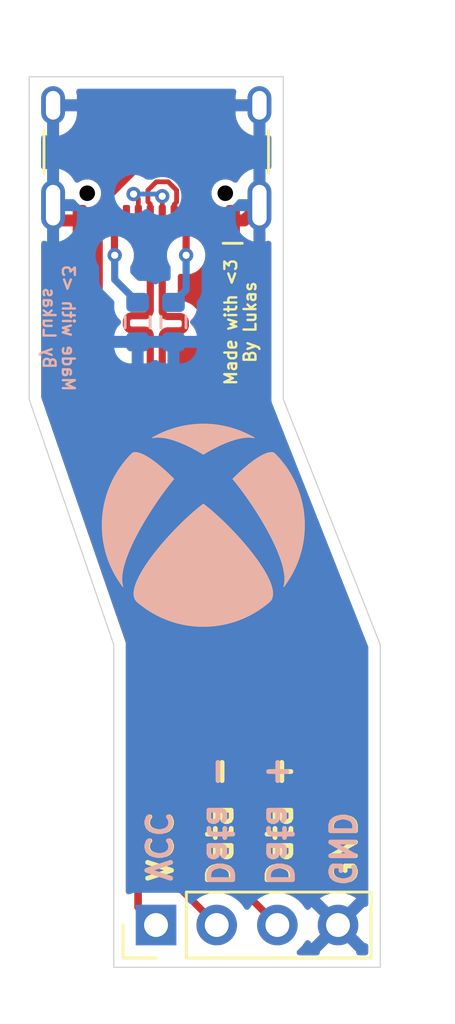
<source format=kicad_pcb>
(kicad_pcb (version 20241229) (generator "pcbnew") (generator_version "9.0")
  (title_block (title "Xbox 360 USB-C Mod") (date "2025-07-21") (rev "2") (company "lukas"))
  (layers (0 "F.Cu" signal) (2 "B.Cu" signal) (13 "F.Paste" user) (15 "B.Paste" user) (5 "F.SilkS" user "F.Silkscreen") (7 "B.SilkS" user "B.Silkscreen") (1 "F.Mask" user) (3 "B.Mask" user) (25 "Edge.Cuts" user))
  (net 0 "")
  (net 1 "/D-")
  (net 2 "GND")
  (net 3 "+5V")
  (net 4 "/D+")
  (net 5 "Net-(USB_C1-CC1)")
  (net 6 "Net-(USB_C1-CC2)")
  (footprint "Connector_USB:USB_C_Receptacle_HCTL_HC-TYPE-C-16P-01A" (layer "F.Cu") (at 63.449999 18 180)
    (property "Reference" "USB_C1" (hide yes))
    (property "Value" "USB_C_Receptacle_USB2.0_16P" (hide yes))
    (fp_line (start 4.7 -1.78) (end 4.7 0) (stroke (width 0.12)) (layer "F.SilkS"))
    (fp_line (start -2.8 -4.7) (end -3.6 -4.7) (stroke (width 0.12)) (layer "F.SilkS"))
    (fp_line (start -4.7 -1.78) (end -4.7 0) (stroke (width 0.12)) (layer "F.SilkS"))
    (pad "" np_thru_hole circle (at -2.89 -2.605 180) (size 0.65 0.65) (drill 0.65) (layers "*.Mask"))
    (pad "" np_thru_hole circle (at 2.89 -2.605 180) (size 0.65 0.65) (drill 0.65) (layers "*.Mask"))
    (pad "A1" smd roundrect (at -3.2 -3.745 180) (size 0.6 1.3) (layers "F.Cu" "F.Mask" "F.Paste") (net 2 "GND"))
    (pad "A4" smd roundrect (at -2.4 -3.745 180) (size 0.6 1.3) (layers "F.Cu" "F.Mask" "F.Paste") (net 3 "+5V"))
    (pad "A5" smd roundrect (at -1.25 -3.745 180) (size 0.3 1.3) (layers "F.Cu" "F.Mask" "F.Paste") (net 5 "Net-(USB_C1-CC1)"))
    (pad "A6" smd roundrect (at -0.25 -3.745 180) (size 0.3 1.3) (layers "F.Cu" "F.Mask" "F.Paste") (net 4 "/D+"))
    (pad "A7" smd roundrect (at 0.25 -3.745 180) (size 0.3 1.3) (layers "F.Cu" "F.Mask" "F.Paste") (net 1 "/D-"))
    (pad "A8" smd roundrect (at 1.25 -3.745 180) (size 0.3 1.3) (layers "F.Cu" "F.Mask" "F.Paste"))
    (pad "A9" smd roundrect (at 2.4 -3.745 180) (size 0.6 1.3) (layers "F.Cu" "F.Mask" "F.Paste") (net 3 "+5V"))
    (pad "A12" smd roundrect (at 3.2 -3.745 180) (size 0.6 1.3) (layers "F.Cu" "F.Mask" "F.Paste") (net 2 "GND"))
    (pad "B1" smd roundrect (at 3.2 -3.745 180) (size 0.6 1.3) (layers "F.Cu" "F.Mask" "F.Paste") (net 2 "GND"))
    (pad "B4" smd roundrect (at 2.4 -3.745 180) (size 0.6 1.3) (layers "F.Cu" "F.Mask" "F.Paste") (net 3 "+5V"))
    (pad "B5" smd roundrect (at 1.75 -3.745 180) (size 0.3 1.3) (layers "F.Cu" "F.Mask" "F.Paste") (net 6 "Net-(USB_C1-CC2)"))
    (pad "B6" smd roundrect (at 0.75 -3.745 180) (size 0.3 1.3) (layers "F.Cu" "F.Mask" "F.Paste") (net 4 "/D+"))
    (pad "B7" smd roundrect (at -0.75 -3.745 180) (size 0.3 1.3) (layers "F.Cu" "F.Mask" "F.Paste") (net 1 "/D-"))
    (pad "B8" smd roundrect (at -1.75 -3.745 180) (size 0.3 1.3) (layers "F.Cu" "F.Mask" "F.Paste"))
    (pad "B9" smd roundrect (at -2.4 -3.745 180) (size 0.6 1.3) (layers "F.Cu" "F.Mask" "F.Paste") (net 3 "+5V"))
    (pad "B12" smd roundrect (at -3.2 -3.745 180) (size 0.6 1.3) (layers "F.Cu" "F.Mask" "F.Paste") (net 2 "GND"))
    (pad "S1" thru_hole oval (at -4.32 -3.105 180) (size 1 2.1) (drill oval 0.6 1.7) (property pad_prop_heatsink) (layers "*.Cu" "*.Mask") (net 2 "GND"))
    (pad "S1" thru_hole oval (at -4.32 1.075 180) (size 1 1.6) (drill oval 0.6 1.2) (property pad_prop_heatsink) (layers "*.Cu" "*.Mask") (net 2 "GND"))
    (pad "S1" thru_hole oval (at 4.32 -3.105 180) (size 1 2.1) (drill oval 0.6 1.7) (property pad_prop_heatsink) (layers "*.Cu" "*.Mask") (net 2 "GND"))
    (pad "S1" thru_hole oval (at 4.32 1.075 180) (size 1 1.6) (drill oval 0.6 1.2) (property pad_prop_heatsink) (layers "*.Cu" "*.Mask") (net 2 "GND"))
  )
  (footprint "Connector_PinHeader_2.54mm:PinHeader_1x04_P2.54mm_Vertical" (layer "F.Cu") (at 63.439999 51.23 90)
    (property "Reference" "Header_PIN1" (hide yes))
    (property "Value" "Conn_01x04_Pin" (hide yes))
    (fp_line (start -1.38 -1.379999) (end 0.000001 -1.379999) (stroke (width 0.12)) (layer "F.SilkS"))
    (fp_line (start -1.379999 -0.000001) (end -1.38 -1.379999) (stroke (width 0.12)) (layer "F.SilkS"))
    (fp_line (start 1.379999 1.269999) (end 1.38 9.000002) (stroke (width 0.12)) (layer "F.SilkS"))
    (fp_line (start -1.380002 1.269999) (end 1.379999 1.269999) (stroke (width 0.12)) (layer "F.SilkS"))
    (fp_line (start -1.380002 1.269999) (end -1.379999 8.999999) (stroke (width 0.12)) (layer "F.SilkS"))
    (fp_line (start -1.379999 8.999999) (end 1.38 9.000002) (stroke (width 0.12)) (layer "F.SilkS"))
    (pad "1" thru_hole rect (at 0 0 90) (size 1.7 1.7) (drill 1) (layers "*.Cu" "*.Mask") (net 3 "+5V"))
    (pad "2" thru_hole circle (at 0 2.540001 90) (size 1.7 1.7) (drill 1) (layers "*.Cu" "*.Mask") (net 1 "/D-"))
    (pad "3" thru_hole circle (at 0.000001 5.08 90) (size 1.7 1.7) (drill 1) (layers "*.Cu" "*.Mask") (net 4 "/D+"))
    (pad "4" thru_hole circle (at -0.000001 7.620001 90) (size 1.7 1.7) (drill 1) (layers "*.Cu" "*.Mask") (net 2 "GND"))
  )
  (footprint "pcb art layers:xbox" (layer "F.Cu") (at 65.419999 34.5)
    (property "Reference" "G***" (hide yes))
    (property "Value" "LOGO" (hide yes))
    (fp_poly (pts (xy 0.194074 -4.245002) (xy 0.361051 -4.234205) (xy 0.527916 -4.216892) (xy 0.614328 -4.205341) (xy 0.778131 -4.178414) (xy 0.940763 -4.144989) (xy 1.101995 -4.10514) (xy 1.2616 -4.058945) (xy 1.419348 -4.006478) (xy 1.575011 -3.947816) (xy 1.728361 -3.883034) (xy 1.879168 -3.812207) (xy 2.017322 -3.740771) (xy 2.045958 -3.725172) (xy 2.072096 -3.710705) (xy 2.095202 -3.69768) (xy 2.114736 -3.686409) (xy 2.130163 -3.677202) (xy 2.140945 -3.670372) (xy 2.146545 -3.666228) (xy 2.147131 -3.665561) (xy 2.148036 -3.658904) (xy 2.145581 -3.650991) (xy 2.140994 -3.645363) (xy 2.139932 -3.644825) (xy 2.13456 -3.644596) (xy 2.124387 -3.645626) (xy 2.111093 -3.647709) (xy 2.102014 -3.649442) (xy 2.050753 -3.657889) (xy 1.99439 -3.663501) (xy 1.93383 -3.666283) (xy 1.869976 -3.666238) (xy 1.803732 -3.66337) (xy 1.736 -3.657682) (xy 1.667686 -3.649178) (xy 1.657274 -3.647634) (xy 1.564258 -3.631317) (xy 1.467229 -3.609983) (xy 1.366416 -3.583725) (xy 1.262049 -3.552638) (xy 1.154356 -3.516815) (xy 1.043565 -3.47635) (xy 0.929905 -3.431338) (xy 0.813605 -3.381872) (xy 0.694893 -3.328046) (xy 0.573998 -3.269954) (xy 0.451148 -3.20769) (xy 0.326572 -3.141348) (xy 0.200498 -3.071022) (xy 0.073156 -2.996806) (xy 0.072386 -2.996347) (xy 0.052996 -2.98491) (xy 0.035365 -2.974714) (xy 0.020333 -2.966228) (xy 0.00874 -2.959922) (xy 0.001425 -2.956264) (xy -0.000669 -2.955529) (xy -0.004916 -2.957221) (xy -0.013677 -2.961799) (xy -0.025827 -2.96864) (xy -0.040243 -2.977122) (xy -0.04649 -2.980896) (xy -0.11396 -3.021223) (xy -0.185881 -3.062871) (xy -0.260974 -3.105153) (xy -0.337961 -3.147382) (xy -0.415564 -3.188872) (xy -0.492505 -3.228936) (xy -0.567504 -3.266889) (xy -0.639285 -3.302044) (xy -0.68455 -3.323508) (xy -0.802715 -3.377172) (xy -0.918157 -3.426485) (xy -1.03067 -3.471377) (xy -1.140047 -3.511781) (xy -1.246082 -3.547628) (xy -1.348569 -3.57885) (xy -1.447301 -3.605378) (xy -1.542071 -3.627144) (xy -1.632675 -3.644079) (xy -1.666989 -3.649382) (xy -1.735597 -3.657889) (xy -1.8037 -3.663536) (xy -1.870375 -3.66632) (xy -1.934694 -3.666243) (xy -1.995733 -3.663303) (xy -2.052565 -3.657501) (xy -2.100842 -3.649534) (xy -2.118589 -3.646247) (xy -2.130983 -3.644783) (xy -2.139078 -3.645213) (xy -2.143929 -3.647606) (xy -2.146588 -3.652033) (xy -2.146779 -3.652604) (xy -2.147379 -3.660633) (xy -2.143153 -3.66789) (xy -2.133399 -3.675385) (xy -2.129083 -3.677948) (xy -2.043414 -3.725809) (xy -1.961332 -3.769797) (xy -1.881544 -3.810546) (xy -1.802757 -3.848687) (xy -1.723677 -3.884854) (xy -1.643012 -3.919679) (xy -1.592274 -3.940616) (xy -1.437402 -3.9999) (xy -1.280419 -4.052934) (xy -1.121528 -4.099694) (xy -0.960929 -4.140156) (xy -0.798826 -4.174296) (xy -0.63542 -4.202088) (xy -0.470914 -4.22351) (xy -0.305509 -4.238537) (xy -0.139408 -4.247144) (xy 0.027187 -4.249307)) (fill yes) (layer "F.SilkS"))
    (fp_poly (pts (xy 2.909173 -3.056457) (xy 2.924214 -3.053404) (xy 2.937128 -3.050095) (xy 2.948706 -3.045988) (xy 2.959734 -3.040544) (xy 2.971002 -3.033221) (xy 2.983298 -3.023479) (xy 2.997412 -3.010777) (xy 3.01413 -2.994575) (xy 3.034242 -2.974332) (xy 3.045078 -2.963283) (xy 3.158801 -2.842315) (xy 3.267624 -2.716918) (xy 3.371431 -2.587268) (xy 3.470111 -2.453538) (xy 3.563547 -2.315905) (xy 3.651627 -2.174542) (xy 3.734237 -2.029625) (xy 3.811263 -1.881328) (xy 3.882591 -1.729827) (xy 3.946622 -1.578991) (xy 4.005291 -1.424255) (xy 4.057713 -1.267417) (xy 4.103867 -1.108688) (xy 4.143734 -0.948277) (xy 4.177293 -0.786393) (xy 4.204522 -0.623246) (xy 4.225402 -0.459045) (xy 4.239913 -0.294001) (xy 4.248033 -0.128323) (xy 4.249743 0.037781) (xy 4.245021 0.204099) (xy 4.233848 0.370423) (xy 4.216203 0.536543) (xy 4.192065 0.702249) (xy 4.177598 0.78465) (xy 4.143945 0.947844) (xy 4.103919 1.109243) (xy 4.057575 1.268723) (xy 4.004966 1.426155) (xy 3.946148 1.581415) (xy 3.881176 1.734377) (xy 3.810105 1.884913) (xy 3.732989 2.032899) (xy 3.649884 2.178208) (xy 3.560844 2.320713) (xy 3.465923 2.46029) (xy 3.422556 2.520408) (xy 3.406707 2.541813) (xy 3.394126 2.55825) (xy 3.384287 2.570197) (xy 3.376664 2.578137) (xy 3.370731 2.58255) (xy 3.365962 2.583917) (xy 3.36183 2.58272) (xy 3.357887 2.579516) (xy 3.35484 2.574377) (xy 3.354324 2.566713) (xy 3.356421 2.555297) (xy 3.360399 2.54147) (xy 3.365598 2.522872) (xy 3.371197 2.499358) (xy 3.37685 2.472612) (xy 3.382214 2.444316) (xy 3.386942 2.416153) (xy 3.389212 2.400863) (xy 3.391089 2.383212) (xy 3.392633 2.360132) (xy 3.393836 2.332826) (xy 3.394692 2.3025) (xy 3.395192 2.270356) (xy 3.39533 2.2376) (xy 3.395098 2.205434) (xy 3.39449 2.175064) (xy 3.393497 2.147693) (xy 3.392112 2.124525) (xy 3.390963 2.111962) (xy 3.380128 2.025918) (xy 3.366622 1.940646) (xy 3.350225 1.855183) (xy 3.330715 1.768565) (xy 3.307872 1.679831) (xy 3.281475 1.588018) (xy 3.251302 1.492164) (xy 3.24264 1.465948) (xy 3.201782 1.348714) (xy 3.156064 1.227363) (xy 3.105625 1.102149) (xy 3.050604 0.973328) (xy 2.991139 0.841153) (xy 2.92737 0.705881) (xy 2.859435 0.567767) (xy 2.787473 0.427064) (xy 2.711622 0.28403) (xy 2.632023 0.138917) (xy 2.548812 -0.008018) (xy 2.46213 -0.15652) (xy 2.372115 -0.306334) (xy 2.278905 -0.457206) (xy 2.18264 -0.608881) (xy 2.083458 -0.761102) (xy 1.981499 -0.913616) (xy 1.8769 -1.066167) (xy 1.82136 -1.14564) (xy 1.773862 -1.212675) (xy 1.724925 -1.28081) (xy 1.675001 -1.349449) (xy 1.624545 -1.417993) (xy 1.574009 -1.485843) (xy 1.523849 -1.552404) (xy 1.474517 -1.617075) (xy 1.426467 -1.67926) (xy 1.380154 -1.73836) (xy 1.33603 -1.793778) (xy 1.29455 -1.844915) (xy 1.256168 -1.891173) (xy 1.250602 -1.897778) (xy 1.240383 -1.910339) (xy 1.231738 -1.921836) (xy 1.225639 -1.930917) (xy 1.223131 -1.93591) (xy 1.222895 -1.93864) (xy 1.223906 -1.941972) (xy 1.226638 -1.946439) (xy 1.231565 -1.952571) (xy 1.23916 -1.9609) (xy 1.249896 -1.971957) (xy 1.264246 -1.986273) (xy 1.282684 -2.00438) (xy 1.293687 -2.015121) (xy 1.396926 -2.114682) (xy 1.496793 -2.208731) (xy 1.593428 -2.297394) (xy 1.686972 -2.380797) (xy 1.777566 -2.459065) (xy 1.865349 -2.532324) (xy 1.950463 -2.600698) (xy 1.950908 -2.601048) (xy 2.033632 -2.664718) (xy 2.114224 -2.723894) (xy 2.192558 -2.778515) (xy 2.268503 -2.82852) (xy 2.341932 -2.873848) (xy 2.412714 -2.914438) (xy 2.480721 -2.950228) (xy 2.545825 -2.981158) (xy 2.607896 -3.007165) (xy 2.666805 -3.028188) (xy 2.722424 -3.044167) (xy 2.774623 -3.05504) (xy 2.823274 -3.060746) (xy 2.868248 -3.061223)) (fill yes) (layer "F.SilkS"))
    (fp_poly (pts (xy -2.825181 -3.060826) (xy -2.785212 -3.056594) (xy -2.728148 -3.045453) (xy -2.667754 -3.028613) (xy -2.604071 -3.006099) (xy -2.537138 -2.977934) (xy -2.466996 -2.944142) (xy -2.393683 -2.904749) (xy -2.31724 -2.859778) (xy -2.237707 -2.809254) (xy -2.155123 -2.7532) (xy -2.06953 -2.691642) (xy -1.980965 -2.624603) (xy -1.88947 -2.552107) (xy -1.795083 -2.47418) (xy -1.713479 -2.404441) (xy -1.683219 -2.377995) (xy -1.651436 -2.349852) (xy -1.618486 -2.320346) (xy -1.584724 -2.289817) (xy -1.550505 -2.258601) (xy -1.516183 -2.227034) (xy -1.482114 -2.195455) (xy -1.448653 -2.164201) (xy -1.416154 -2.133608) (xy -1.384972 -2.104014) (xy -1.355463 -2.075757) (xy -1.327981 -2.049172) (xy -1.302881 -2.024597) (xy -1.280519 -2.00237) (xy -1.261249 -1.982828) (xy -1.245425 -1.966307) (xy -1.233404 -1.953145) (xy -1.22554 -1.94368) (xy -1.222187 -1.938247) (xy -1.222089 -1.937663) (xy -1.224171 -1.932575) (xy -1.229771 -1.923778) (xy -1.238015 -1.912542) (xy -1.247222 -1.901098) (xy -1.295524 -1.842725) (xy -1.346763 -1.779352) (xy -1.400429 -1.711656) (xy -1.456008 -1.640311) (xy -1.512989 -1.565994) (xy -1.570858 -1.48938) (xy -1.629105 -1.411143) (xy -1.687215 -1.331961) (xy -1.744678 -1.252508) (xy -1.800981 -1.173459) (xy -1.825241 -1.138999) (xy -1.933471 -0.982746) (xy -2.039104 -0.82634) (xy -2.141966 -0.670084) (xy -2.241885 -0.514283) (xy -2.338687 -0.359241) (xy -2.432201 -0.205261) (xy -2.522252 -0.052649) (xy -2.608669 0.098292) (xy -2.691278 0.247257) (xy -2.769907 0.393942) (xy -2.844382 0.538043) (xy -2.914531 0.679257) (xy -2.980181 0.817277) (xy -3.041159 0.951801) (xy -3.097292 1.082524) (xy -3.122708 1.144433) (xy -3.167374 1.25787) (xy -3.207791 1.366692) (xy -3.244068 1.471293) (xy -3.276316 1.572066) (xy -3.304644 1.669408) (xy -3.329163 1.763711) (xy -3.349983 1.85537) (xy -3.367214 1.944779) (xy -3.380965 2.032334) (xy -3.389247 2.098679) (xy -3.39144 2.123435) (xy -3.393142 2.152773) (xy -3.394352 2.185433) (xy -3.395069 2.220151) (xy -3.395294 2.255667) (xy -3.395026 2.290717) (xy -3.394264 2.324041) (xy -3.393009 2.354375) (xy -3.39126 2.380459) (xy -3.389314 2.398886) (xy -3.384736 2.429257) (xy -3.379015 2.461111) (xy -3.372582 2.492329) (xy -3.36587 2.520792) (xy -3.36043 2.54069) (xy -3.355832 2.558288) (xy -3.354199 2.570574) (xy -3.355512 2.578166) (xy -3.359155 2.581485) (xy -3.366119 2.583191) (xy -3.372179 2.581662) (xy -3.378942 2.576084) (xy -3.386296 2.567728) (xy -3.392354 2.560086) (xy -3.401437 2.548192) (xy -3.412691 2.533183) (xy -3.425264 2.516198) (xy -3.438303 2.498376) (xy -3.439184 2.497163) (xy -3.535171 2.359414) (xy -3.625406 2.218411) (xy -3.709827 2.074316) (xy -3.788372 1.927293) (xy -3.860976 1.777505) (xy -3.927577 1.625114) (xy -3.988112 1.470283) (xy -4.042518 1.313176) (xy -4.090731 1.153956) (xy -4.132689 0.992785) (xy -4.168328 0.829826) (xy -4.197585 0.665243) (xy -4.220398 0.499198) (xy -4.223737 0.469878) (xy -4.238301 0.309227) (xy -4.246794 0.14681) (xy -4.249218 -0.016443) (xy -4.245572 -0.179603) (xy -4.235857 -0.341739) (xy -4.223737 -0.469879) (xy -4.202115 -0.635571) (xy -4.173947 -0.800295) (xy -4.139286 -0.963852) (xy -4.098183 -1.126044) (xy -4.050688 -1.286673) (xy -3.996854 -1.44554) (xy -3.936733 -1.602448) (xy -3.91823 -1.647314) (xy -3.854259 -1.791852) (xy -3.784228 -1.934774) (xy -3.708443 -2.075625) (xy -3.627206 -2.213946) (xy -3.540825 -2.349282) (xy -3.449602 -2.481175) (xy -3.353843 -2.609169) (xy -3.253854 -2.732806) (xy -3.149937 -2.851631) (xy -3.0424 -2.965185) (xy -3.031888 -2.975801) (xy -3.012922 -2.994805) (xy -2.997869 -3.009648) (xy -2.986018 -3.020936) (xy -2.976657 -3.029272) (xy -2.969074 -3.035262) (xy -2.962557 -3.039511) (xy -2.956393 -3.042624) (xy -2.950438 -3.044998) (xy -2.91219 -3.055646) (xy -2.870327 -3.06093)) (fill yes) (layer "F.SilkS"))
    (fp_poly (pts (xy 0.004245 -0.901165) (xy 0.013124 -0.895137) (xy 0.026482 -0.885396) (xy 0.043989 -0.872191) (xy 0.065317 -0.855772) (xy 0.090139 -0.836388) (xy 0.118126 -0.814289) (xy 0.139469 -0.797302) (xy 0.254097 -0.703968) (xy 0.371131 -0.60512) (xy 0.490106 -0.501232) (xy 0.610551 -0.392778) (xy 0.732 -0.28023) (xy 0.853985 -0.164061) (xy 0.976037 -0.044746) (xy 1.09769 0.077243) (xy 1.218475 0.201432) (xy 1.337924 0.327348) (xy 1.45557 0.454517) (xy 1.570944 0.582467) (xy 1.68358 0.710724) (xy 1.793008 0.838814) (xy 1.898761 0.966265) (xy 1.971258 1.055981) (xy 2.067267 1.177984) (xy 2.15844 1.297553) (xy 2.244727 1.414605) (xy 2.326077 1.529052) (xy 2.402442 1.64081) (xy 2.47377 1.749794) (xy 2.54001 1.855917) (xy 2.601114 1.959096) (xy 2.65703 2.059243) (xy 2.707708 2.156273) (xy 2.753098 2.250102) (xy 2.793149 2.340644) (xy 2.827812 2.427814) (xy 2.857036 2.511525) (xy 2.88077 2.591693) (xy 2.885138 2.608406) (xy 2.89807 2.663046) (xy 2.907819 2.713523) (xy 2.914598 2.761383) (xy 2.918622 2.808171) (xy 2.920105 2.85543) (xy 2.920122 2.860779) (xy 2.917997 2.918501) (xy 2.911451 2.971761) (xy 2.900328 3.021187) (xy 2.884474 3.067408) (xy 2.863731 3.111054) (xy 2.853929 3.128101) (xy 2.844769 3.142446) (xy 2.834691 3.156474) (xy 2.823217 3.170643) (xy 2.809873 3.185408) (xy 2.794181 3.201226) (xy 2.775666 3.218552) (xy 2.753851 3.237844) (xy 2.728261 3.259556) (xy 2.698419 3.284145) (xy 2.663849 3.312068) (xy 2.652027 3.321528) (xy 2.518835 3.42372) (xy 2.382257 3.520256) (xy 2.24246 3.611078) (xy 2.099614 3.696126) (xy 1.953884 3.775344) (xy 1.80544 3.848671) (xy 1.654449 3.916051) (xy 1.501078 3.977424) (xy 1.345495 4.032732) (xy 1.187868 4.081917) (xy 1.028365 4.12492) (xy 0.867153 4.161682) (xy 0.7044 4.192147) (xy 0.540273 4.216254) (xy 0.374941 4.233945) (xy 0.208571 4.245163) (xy 0.041331 4.249849) (xy -0.013283 4.249955) (xy -0.042683 4.249742) (xy -0.073214 4.249376) (xy -0.103349 4.248885) (xy -0.131563 4.248298) (xy -0.15633 4.247643) (xy -0.176123 4.246949) (xy -0.177657 4.246883) (xy -0.347146 4.236236) (xy -0.515126 4.219152) (xy -0.681494 4.195665) (xy -0.846147 4.165808) (xy -1.008983 4.129615) (xy -1.169896 4.087119) (xy -1.328785 4.038354) (xy -1.485545 3.983353) (xy -1.640074 3.92215) (xy -1.792267 3.854778) (xy -1.942022 3.781272) (xy -2.089236 3.701663) (xy -2.233805 3.615987) (xy -2.347198 3.54329) (xy -2.386458 3.51681) (xy -2.427591 3.488248) (xy -2.46993 3.458117) (xy -2.512805 3.426929) (xy -2.555547 3.395197) (xy -2.597487 3.363433) (xy -2.637956 3.332149) (xy -2.676286 3.301859) (xy -2.711807 3.273074) (xy -2.74385 3.246307) (xy -2.771747 3.22207) (xy -2.794828 3.200876) (xy -2.797352 3.198456) (xy -2.829517 3.16285) (xy -2.856845 3.122812) (xy -2.879301 3.078498) (xy -2.896853 3.030062) (xy -2.909465 2.977658) (xy -2.917106 2.921442) (xy -2.91974 2.861568) (xy -2.917334 2.798191) (xy -2.909855 2.731465) (xy -2.905292 2.703046) (xy -2.890118 2.629766) (xy -2.869508 2.552818) (xy -2.843507 2.472286) (xy -2.812158 2.388253) (xy -2.775508 2.300802) (xy -2.733598 2.210017) (xy -2.686476 2.115982) (xy -2.634183 2.01878) (xy -2.576766 1.918494) (xy -2.514268 1.815208) (xy -2.446735 1.709006) (xy -2.374209 1.599972) (xy -2.296736 1.488188) (xy -2.214361 1.373738) (xy -2.157648 1.297208) (xy -2.050386 1.156914) (xy -1.937518 1.014748) (xy -1.819606 0.871298) (xy -1.697213 0.727157) (xy -1.570899 0.582915) (xy -1.441227 0.439162) (xy -1.308758 0.296489) (xy -1.174055 0.155488) (xy -1.037679 0.016748) (xy -0.900192 -0.11914) (xy -0.762156 -0.251585) (xy -0.624132 -0.379997) (xy -0.486683 -0.503783) (xy -0.35037 -0.622355) (xy -0.257354 -0.700751) (xy -0.230855 -0.722666) (xy -0.203613 -0.744979) (xy -0.176135 -0.767291) (xy -0.148927 -0.789206) (xy -0.122494 -0.810324) (xy -0.097342 -0.830249) (xy -0.073978 -0.848583) (xy -0.052906 -0.864928) (xy -0.034633 -0.878886) (xy -0.019664 -0.89006) (xy -0.008506 -0.898053) (xy -0.001663 -0.902465) (xy 0.000172 -0.903229)) (fill yes) (layer "F.SilkS"))
  )
  (footprint "Resistor_SMD:R_0603_1608Metric" (layer "B.Cu") (at 62.669999 26 -90)
    (property "Reference" "R2" (hide yes))
    (property "Value" "R_Small" (hide yes))
    (fp_line (start -0.237262 0.522505) (end 0.237251 0.522499) (stroke (width 0.12)) (layer "B.SilkS"))
    (fp_line (start -0.237251 -0.522499) (end 0.237262 -0.522505) (stroke (width 0.12)) (layer "B.SilkS"))
    (pad "1" smd roundrect (at -0.825001 0.000001 270) (size 0.8 0.95) (layers "B.Cu" "B.Mask" "B.Paste") (net 6 "Net-(USB_C1-CC2)"))
    (pad "2" smd roundrect (at 0.825001 -0.000001 270) (size 0.8 0.95) (layers "B.Cu" "B.Mask" "B.Paste") (net 2 "GND"))
  )
  (footprint "pcb art layers:xbox" (layer "B.Cu") (at 65.419999 34.5 180)
    (property "Reference" "G***" (hide yes))
    (property "Value" "LOGO" (hide yes))
    (fp_poly (pts (xy 0.194074 4.245002) (xy 0.361051 4.234205) (xy 0.527916 4.216892) (xy 0.614328 4.205341) (xy 0.778131 4.178414) (xy 0.940763 4.144989) (xy 1.101995 4.10514) (xy 1.2616 4.058945) (xy 1.419348 4.006478) (xy 1.575011 3.947816) (xy 1.728361 3.883034) (xy 1.879168 3.812207) (xy 2.017322 3.740771) (xy 2.045958 3.725172) (xy 2.072096 3.710705) (xy 2.095202 3.69768) (xy 2.114736 3.686409) (xy 2.130163 3.677202) (xy 2.140945 3.670372) (xy 2.146545 3.666228) (xy 2.147131 3.665561) (xy 2.148036 3.658904) (xy 2.145581 3.650991) (xy 2.140994 3.645363) (xy 2.139932 3.644825) (xy 2.13456 3.644596) (xy 2.124387 3.645626) (xy 2.111093 3.647709) (xy 2.102014 3.649442) (xy 2.050753 3.657889) (xy 1.99439 3.663501) (xy 1.93383 3.666283) (xy 1.869976 3.666238) (xy 1.803732 3.66337) (xy 1.736 3.657682) (xy 1.667686 3.649178) (xy 1.657274 3.647634) (xy 1.564258 3.631317) (xy 1.467229 3.609983) (xy 1.366416 3.583725) (xy 1.262049 3.552638) (xy 1.154356 3.516815) (xy 1.043565 3.47635) (xy 0.929905 3.431338) (xy 0.813605 3.381872) (xy 0.694893 3.328046) (xy 0.573998 3.269954) (xy 0.451148 3.20769) (xy 0.326572 3.141348) (xy 0.200498 3.071022) (xy 0.073156 2.996806) (xy 0.072386 2.996347) (xy 0.052996 2.98491) (xy 0.035365 2.974714) (xy 0.020333 2.966228) (xy 0.00874 2.959922) (xy 0.001425 2.956264) (xy -0.000669 2.955529) (xy -0.004916 2.957221) (xy -0.013677 2.961799) (xy -0.025827 2.96864) (xy -0.040243 2.977122) (xy -0.04649 2.980896) (xy -0.11396 3.021223) (xy -0.185881 3.062871) (xy -0.260974 3.105153) (xy -0.337961 3.147382) (xy -0.415564 3.188872) (xy -0.492505 3.228936) (xy -0.567504 3.266889) (xy -0.639285 3.302044) (xy -0.68455 3.323508) (xy -0.802715 3.377172) (xy -0.918157 3.426485) (xy -1.03067 3.471377) (xy -1.140047 3.511781) (xy -1.246082 3.547628) (xy -1.348569 3.57885) (xy -1.447301 3.605378) (xy -1.542071 3.627144) (xy -1.632675 3.644079) (xy -1.666989 3.649382) (xy -1.735597 3.657889) (xy -1.8037 3.663536) (xy -1.870375 3.66632) (xy -1.934694 3.666243) (xy -1.995733 3.663303) (xy -2.052565 3.657501) (xy -2.100842 3.649534) (xy -2.118589 3.646247) (xy -2.130983 3.644783) (xy -2.139078 3.645213) (xy -2.143929 3.647606) (xy -2.146588 3.652033) (xy -2.146779 3.652604) (xy -2.147379 3.660633) (xy -2.143153 3.66789) (xy -2.133399 3.675385) (xy -2.129083 3.677948) (xy -2.043414 3.725809) (xy -1.961332 3.769797) (xy -1.881544 3.810546) (xy -1.802757 3.848687) (xy -1.723677 3.884854) (xy -1.643012 3.919679) (xy -1.592274 3.940616) (xy -1.437402 3.9999) (xy -1.280419 4.052934) (xy -1.121528 4.099694) (xy -0.960929 4.140156) (xy -0.798826 4.174296) (xy -0.63542 4.202088) (xy -0.470914 4.22351) (xy -0.305509 4.238537) (xy -0.139408 4.247144) (xy 0.027187 4.249307)) (fill yes) (layer "B.SilkS"))
    (fp_poly (pts (xy 2.909173 3.056457) (xy 2.924214 3.053404) (xy 2.937128 3.050095) (xy 2.948706 3.045988) (xy 2.959734 3.040544) (xy 2.971002 3.033221) (xy 2.983298 3.023479) (xy 2.997412 3.010777) (xy 3.01413 2.994575) (xy 3.034242 2.974332) (xy 3.045078 2.963283) (xy 3.158801 2.842315) (xy 3.267624 2.716918) (xy 3.371431 2.587268) (xy 3.470111 2.453538) (xy 3.563547 2.315905) (xy 3.651627 2.174542) (xy 3.734237 2.029625) (xy 3.811263 1.881328) (xy 3.882591 1.729827) (xy 3.946622 1.578991) (xy 4.005291 1.424255) (xy 4.057713 1.267417) (xy 4.103867 1.108688) (xy 4.143734 0.948277) (xy 4.177293 0.786393) (xy 4.204522 0.623246) (xy 4.225402 0.459045) (xy 4.239913 0.294001) (xy 4.248033 0.128323) (xy 4.249743 -0.037781) (xy 4.245021 -0.204099) (xy 4.233848 -0.370423) (xy 4.216203 -0.536543) (xy 4.192065 -0.702249) (xy 4.177598 -0.78465) (xy 4.143945 -0.947844) (xy 4.103919 -1.109243) (xy 4.057575 -1.268723) (xy 4.004966 -1.426155) (xy 3.946148 -1.581415) (xy 3.881176 -1.734377) (xy 3.810105 -1.884913) (xy 3.732989 -2.032899) (xy 3.649884 -2.178208) (xy 3.560844 -2.320713) (xy 3.465923 -2.46029) (xy 3.422556 -2.520408) (xy 3.406707 -2.541813) (xy 3.394126 -2.55825) (xy 3.384287 -2.570197) (xy 3.376664 -2.578137) (xy 3.370731 -2.58255) (xy 3.365962 -2.583917) (xy 3.36183 -2.58272) (xy 3.357887 -2.579516) (xy 3.35484 -2.574377) (xy 3.354324 -2.566713) (xy 3.356421 -2.555297) (xy 3.360399 -2.54147) (xy 3.365598 -2.522872) (xy 3.371197 -2.499358) (xy 3.37685 -2.472612) (xy 3.382214 -2.444316) (xy 3.386942 -2.416153) (xy 3.389212 -2.400863) (xy 3.391089 -2.383212) (xy 3.392633 -2.360132) (xy 3.393836 -2.332826) (xy 3.394692 -2.3025) (xy 3.395192 -2.270356) (xy 3.39533 -2.2376) (xy 3.395098 -2.205434) (xy 3.39449 -2.175064) (xy 3.393497 -2.147693) (xy 3.392112 -2.124525) (xy 3.390963 -2.111962) (xy 3.380128 -2.025918) (xy 3.366622 -1.940646) (xy 3.350225 -1.855183) (xy 3.330715 -1.768565) (xy 3.307872 -1.679831) (xy 3.281475 -1.588018) (xy 3.251302 -1.492164) (xy 3.24264 -1.465948) (xy 3.201782 -1.348714) (xy 3.156064 -1.227363) (xy 3.105625 -1.102149) (xy 3.050604 -0.973328) (xy 2.991139 -0.841153) (xy 2.92737 -0.705881) (xy 2.859435 -0.567767) (xy 2.787473 -0.427064) (xy 2.711622 -0.28403) (xy 2.632023 -0.138917) (xy 2.548812 0.008018) (xy 2.46213 0.15652) (xy 2.372115 0.306334) (xy 2.278905 0.457206) (xy 2.18264 0.608881) (xy 2.083458 0.761102) (xy 1.981499 0.913616) (xy 1.8769 1.066167) (xy 1.82136 1.14564) (xy 1.773862 1.212675) (xy 1.724925 1.28081) (xy 1.675001 1.349449) (xy 1.624545 1.417993) (xy 1.574009 1.485843) (xy 1.523849 1.552404) (xy 1.474517 1.617075) (xy 1.426467 1.67926) (xy 1.380154 1.73836) (xy 1.33603 1.793778) (xy 1.29455 1.844915) (xy 1.256168 1.891173) (xy 1.250602 1.897778) (xy 1.240383 1.910339) (xy 1.231738 1.921836) (xy 1.225639 1.930917) (xy 1.223131 1.93591) (xy 1.222895 1.93864) (xy 1.223906 1.941972) (xy 1.226638 1.946439) (xy 1.231565 1.952571) (xy 1.23916 1.9609) (xy 1.249896 1.971957) (xy 1.264246 1.986273) (xy 1.282684 2.00438) (xy 1.293687 2.015121) (xy 1.396926 2.114682) (xy 1.496793 2.208731) (xy 1.593428 2.297394) (xy 1.686972 2.380797) (xy 1.777566 2.459065) (xy 1.865349 2.532324) (xy 1.950463 2.600698) (xy 1.950908 2.601048) (xy 2.033632 2.664718) (xy 2.114224 2.723894) (xy 2.192558 2.778515) (xy 2.268503 2.82852) (xy 2.341932 2.873848) (xy 2.412714 2.914438) (xy 2.480721 2.950228) (xy 2.545825 2.981158) (xy 2.607896 3.007165) (xy 2.666805 3.028188) (xy 2.722424 3.044167) (xy 2.774623 3.05504) (xy 2.823274 3.060746) (xy 2.868248 3.061223)) (fill yes) (layer "B.SilkS"))
    (fp_poly (pts (xy -2.825181 3.060826) (xy -2.785212 3.056594) (xy -2.728148 3.045453) (xy -2.667754 3.028613) (xy -2.604071 3.006099) (xy -2.537138 2.977934) (xy -2.466996 2.944142) (xy -2.393683 2.904749) (xy -2.31724 2.859778) (xy -2.237707 2.809254) (xy -2.155123 2.7532) (xy -2.06953 2.691642) (xy -1.980965 2.624603) (xy -1.88947 2.552107) (xy -1.795083 2.47418) (xy -1.713479 2.404441) (xy -1.683219 2.377995) (xy -1.651436 2.349852) (xy -1.618486 2.320346) (xy -1.584724 2.289817) (xy -1.550505 2.258601) (xy -1.516183 2.227034) (xy -1.482114 2.195455) (xy -1.448653 2.164201) (xy -1.416154 2.133608) (xy -1.384972 2.104014) (xy -1.355463 2.075757) (xy -1.327981 2.049172) (xy -1.302881 2.024597) (xy -1.280519 2.00237) (xy -1.261249 1.982828) (xy -1.245425 1.966307) (xy -1.233404 1.953145) (xy -1.22554 1.94368) (xy -1.222187 1.938247) (xy -1.222089 1.937663) (xy -1.224171 1.932575) (xy -1.229771 1.923778) (xy -1.238015 1.912542) (xy -1.247222 1.901098) (xy -1.295524 1.842725) (xy -1.346763 1.779352) (xy -1.400429 1.711656) (xy -1.456008 1.640311) (xy -1.512989 1.565994) (xy -1.570858 1.48938) (xy -1.629105 1.411143) (xy -1.687215 1.331961) (xy -1.744678 1.252508) (xy -1.800981 1.173459) (xy -1.825241 1.138999) (xy -1.933471 0.982746) (xy -2.039104 0.82634) (xy -2.141966 0.670084) (xy -2.241885 0.514283) (xy -2.338687 0.359241) (xy -2.432201 0.205261) (xy -2.522252 0.052649) (xy -2.608669 -0.098292) (xy -2.691278 -0.247257) (xy -2.769907 -0.393942) (xy -2.844382 -0.538043) (xy -2.914531 -0.679257) (xy -2.980181 -0.817277) (xy -3.041159 -0.951801) (xy -3.097292 -1.082524) (xy -3.122708 -1.144433) (xy -3.167374 -1.25787) (xy -3.207791 -1.366692) (xy -3.244068 -1.471293) (xy -3.276316 -1.572066) (xy -3.304644 -1.669408) (xy -3.329163 -1.763711) (xy -3.349983 -1.85537) (xy -3.367214 -1.944779) (xy -3.380965 -2.032334) (xy -3.389247 -2.098679) (xy -3.39144 -2.123435) (xy -3.393142 -2.152773) (xy -3.394352 -2.185433) (xy -3.395069 -2.220151) (xy -3.395294 -2.255667) (xy -3.395026 -2.290717) (xy -3.394264 -2.324041) (xy -3.393009 -2.354375) (xy -3.39126 -2.380459) (xy -3.389314 -2.398886) (xy -3.384736 -2.429257) (xy -3.379015 -2.461111) (xy -3.372582 -2.492329) (xy -3.36587 -2.520792) (xy -3.36043 -2.54069) (xy -3.355832 -2.558288) (xy -3.354199 -2.570574) (xy -3.355512 -2.578166) (xy -3.359155 -2.581485) (xy -3.366119 -2.583191) (xy -3.372179 -2.581662) (xy -3.378942 -2.576084) (xy -3.386296 -2.567728) (xy -3.392354 -2.560086) (xy -3.401437 -2.548192) (xy -3.412691 -2.533183) (xy -3.425264 -2.516198) (xy -3.438303 -2.498376) (xy -3.439184 -2.497163) (xy -3.535171 -2.359414) (xy -3.625406 -2.218411) (xy -3.709827 -2.074316) (xy -3.788372 -1.927293) (xy -3.860976 -1.777505) (xy -3.927577 -1.625114) (xy -3.988112 -1.470283) (xy -4.042518 -1.313176) (xy -4.090731 -1.153956) (xy -4.132689 -0.992785) (xy -4.168328 -0.829826) (xy -4.197585 -0.665243) (xy -4.220398 -0.499198) (xy -4.223737 -0.469878) (xy -4.238301 -0.309227) (xy -4.246794 -0.14681) (xy -4.249218 0.016443) (xy -4.245572 0.179603) (xy -4.235857 0.341739) (xy -4.223737 0.469879) (xy -4.202115 0.635571) (xy -4.173947 0.800295) (xy -4.139286 0.963852) (xy -4.098183 1.126044) (xy -4.050688 1.286673) (xy -3.996854 1.44554) (xy -3.936733 1.602448) (xy -3.91823 1.647314) (xy -3.854259 1.791852) (xy -3.784228 1.934774) (xy -3.708443 2.075625) (xy -3.627206 2.213946) (xy -3.540825 2.349282) (xy -3.449602 2.481175) (xy -3.353843 2.609169) (xy -3.253854 2.732806) (xy -3.149937 2.851631) (xy -3.0424 2.965185) (xy -3.031888 2.975801) (xy -3.012922 2.994805) (xy -2.997869 3.009648) (xy -2.986018 3.020936) (xy -2.976657 3.029272) (xy -2.969074 3.035262) (xy -2.962557 3.039511) (xy -2.956393 3.042624) (xy -2.950438 3.044998) (xy -2.91219 3.055646) (xy -2.870327 3.06093)) (fill yes) (layer "B.SilkS"))
    (fp_poly (pts (xy 0.004245 0.901165) (xy 0.013124 0.895137) (xy 0.026482 0.885396) (xy 0.043989 0.872191) (xy 0.065317 0.855772) (xy 0.090139 0.836388) (xy 0.118126 0.814289) (xy 0.139469 0.797302) (xy 0.254097 0.703968) (xy 0.371131 0.60512) (xy 0.490106 0.501232) (xy 0.610551 0.392778) (xy 0.732 0.28023) (xy 0.853985 0.164061) (xy 0.976037 0.044746) (xy 1.09769 -0.077243) (xy 1.218475 -0.201432) (xy 1.337924 -0.327348) (xy 1.45557 -0.454517) (xy 1.570944 -0.582467) (xy 1.68358 -0.710724) (xy 1.793008 -0.838814) (xy 1.898761 -0.966265) (xy 1.971258 -1.055981) (xy 2.067267 -1.177984) (xy 2.15844 -1.297553) (xy 2.244727 -1.414605) (xy 2.326077 -1.529052) (xy 2.402442 -1.64081) (xy 2.47377 -1.749794) (xy 2.54001 -1.855917) (xy 2.601114 -1.959096) (xy 2.65703 -2.059243) (xy 2.707708 -2.156273) (xy 2.753098 -2.250102) (xy 2.793149 -2.340644) (xy 2.827812 -2.427814) (xy 2.857036 -2.511525) (xy 2.88077 -2.591693) (xy 2.885138 -2.608406) (xy 2.89807 -2.663046) (xy 2.907819 -2.713523) (xy 2.914598 -2.761383) (xy 2.918622 -2.808171) (xy 2.920105 -2.85543) (xy 2.920122 -2.860779) (xy 2.917997 -2.918501) (xy 2.911451 -2.971761) (xy 2.900328 -3.021187) (xy 2.884474 -3.067408) (xy 2.863731 -3.111054) (xy 2.853929 -3.128101) (xy 2.844769 -3.142446) (xy 2.834691 -3.156474) (xy 2.823217 -3.170643) (xy 2.809873 -3.185408) (xy 2.794181 -3.201226) (xy 2.775666 -3.218552) (xy 2.753851 -3.237844) (xy 2.728261 -3.259556) (xy 2.698419 -3.284145) (xy 2.663849 -3.312068) (xy 2.652027 -3.321528) (xy 2.518835 -3.42372) (xy 2.382257 -3.520256) (xy 2.24246 -3.611078) (xy 2.099614 -3.696126) (xy 1.953884 -3.775344) (xy 1.80544 -3.848671) (xy 1.654449 -3.916051) (xy 1.501078 -3.977424) (xy 1.345495 -4.032732) (xy 1.187868 -4.081917) (xy 1.028365 -4.12492) (xy 0.867153 -4.161682) (xy 0.7044 -4.192147) (xy 0.540273 -4.216254) (xy 0.374941 -4.233945) (xy 0.208571 -4.245163) (xy 0.041331 -4.249849) (xy -0.013283 -4.249955) (xy -0.042683 -4.249742) (xy -0.073214 -4.249376) (xy -0.103349 -4.248885) (xy -0.131563 -4.248298) (xy -0.15633 -4.247643) (xy -0.176123 -4.246949) (xy -0.177657 -4.246883) (xy -0.347146 -4.236236) (xy -0.515126 -4.219152) (xy -0.681494 -4.195665) (xy -0.846147 -4.165808) (xy -1.008983 -4.129615) (xy -1.169896 -4.087119) (xy -1.328785 -4.038354) (xy -1.485545 -3.983353) (xy -1.640074 -3.92215) (xy -1.792267 -3.854778) (xy -1.942022 -3.781272) (xy -2.089236 -3.701663) (xy -2.233805 -3.615987) (xy -2.347198 -3.54329) (xy -2.386458 -3.51681) (xy -2.427591 -3.488248) (xy -2.46993 -3.458117) (xy -2.512805 -3.426929) (xy -2.555547 -3.395197) (xy -2.597487 -3.363433) (xy -2.637956 -3.332149) (xy -2.676286 -3.301859) (xy -2.711807 -3.273074) (xy -2.74385 -3.246307) (xy -2.771747 -3.22207) (xy -2.794828 -3.200876) (xy -2.797352 -3.198456) (xy -2.829517 -3.16285) (xy -2.856845 -3.122812) (xy -2.879301 -3.078498) (xy -2.896853 -3.030062) (xy -2.909465 -2.977658) (xy -2.917106 -2.921442) (xy -2.91974 -2.861568) (xy -2.917334 -2.798191) (xy -2.909855 -2.731465) (xy -2.905292 -2.703046) (xy -2.890118 -2.629766) (xy -2.869508 -2.552818) (xy -2.843507 -2.472286) (xy -2.812158 -2.388253) (xy -2.775508 -2.300802) (xy -2.733598 -2.210017) (xy -2.686476 -2.115982) (xy -2.634183 -2.01878) (xy -2.576766 -1.918494) (xy -2.514268 -1.815208) (xy -2.446735 -1.709006) (xy -2.374209 -1.599972) (xy -2.296736 -1.488188) (xy -2.214361 -1.373738) (xy -2.157648 -1.297208) (xy -2.050386 -1.156914) (xy -1.937518 -1.014748) (xy -1.819606 -0.871298) (xy -1.697213 -0.727157) (xy -1.570899 -0.582915) (xy -1.441227 -0.439162) (xy -1.308758 -0.296489) (xy -1.174055 -0.155488) (xy -1.037679 -0.016748) (xy -0.900192 0.11914) (xy -0.762156 0.251585) (xy -0.624132 0.379997) (xy -0.486683 0.503783) (xy -0.35037 0.622355) (xy -0.257354 0.700751) (xy -0.230855 0.722666) (xy -0.203613 0.744979) (xy -0.176135 0.767291) (xy -0.148927 0.789206) (xy -0.122494 0.810324) (xy -0.097342 0.830249) (xy -0.073978 0.848583) (xy -0.052906 0.864928) (xy -0.034633 0.878886) (xy -0.019664 0.89006) (xy -0.008506 0.898053) (xy -0.001663 0.902465) (xy 0.000172 0.903229)) (fill yes) (layer "B.SilkS"))
  )
  (footprint "Resistor_SMD:R_0603_1608Metric" (layer "B.Cu") (at 64.169999 26 -90)
    (property "Reference" "R1" (hide yes))
    (property "Value" "R_Small" (hide yes))
    (fp_line (start -0.237262 0.522505) (end 0.237251 0.522499) (stroke (width 0.12)) (layer "B.SilkS"))
    (fp_line (start -0.237251 -0.522499) (end 0.237262 -0.522505) (stroke (width 0.12)) (layer "B.SilkS"))
    (pad "1" smd roundrect (at -0.825001 0.000001 270) (size 0.8 0.95) (layers "B.Cu" "B.Mask" "B.Paste") (net 5 "Net-(USB_C1-CC1)"))
    (pad "2" smd roundrect (at 0.825001 -0.000001 270) (size 0.8 0.95) (layers "B.Cu" "B.Mask" "B.Paste") (net 2 "GND"))
  )
  (gr_line (start 58.130003 29.229999) (end 61.669999 39.5) (stroke (width 0.05)) (layer "Edge.Cuts"))
  (gr_line (start 72.830001 53) (end 61.669999 53) (stroke (width 0.05)) (layer "Edge.Cuts"))
  (gr_line (start 68.769998 15.729999) (end 68.770002 29.229999) (stroke (width 0.05)) (layer "Edge.Cuts"))
  (gr_line (start 72.830001 53) (end 72.830001 39.5) (stroke (width 0.05)) (layer "Edge.Cuts"))
  (gr_line (start 58.130003 15.729999) (end 58.130003 29.229999) (stroke (width 0.05)) (layer "Edge.Cuts"))
  (gr_line (start 58.130003 15.729999) (end 68.769998 15.729999) (stroke (width 0.05)) (layer "Edge.Cuts"))
  (gr_line (start 68.770002 29.229999) (end 72.830001 39.5) (stroke (width 0.05)) (layer "Edge.Cuts"))
  (gr_line (start 61.669999 53) (end 61.669999 39.5) (stroke (width 0.05)) (layer "Edge.Cuts"))
  (gr_text "Data +" (at 69.219999 49.7 90) (layer "F.SilkS") (effects (font (size 1 1) (thickness 0.2)) (justify left bottom)))
  (gr_text "Data -" (at 66.719999 49.7 90) (layer "F.SilkS") (effects (font (size 1 1) (thickness 0.2)) (justify left bottom)))
  (gr_text "Made with <3\nBy Lukas" (at 67.669999 26 90) (layer "F.SilkS") (effects (font (size 0.5 0.5) (thickness 0.1) (bold yes)) (justify bottom)))
  (gr_text "GND" (at 71.919999 49.7 90) (layer "F.SilkS") (effects (font (size 1 1) (thickness 0.2) (bold yes)) (justify left bottom)))
  (gr_text "VCC" (at 64.219999 49.5 90) (layer "F.SilkS") (effects (font (size 1 1) (thickness 0.2) (bold yes)) (justify left bottom)))
  (gr_text "Data +" (at 68.019999 49.7 -90) (layer "B.SilkS") (effects (font (size 1 1) (thickness 0.2)) (justify left bottom mirror)))
  (gr_text "Made with <3\nBy Lukas" (at 58.669999 26.25 -90) (layer "B.SilkS") (effects (font (size 0.5 0.5) (thickness 0.1) (bold yes)) (justify bottom mirror)))
  (gr_text "Data -" (at 65.519999 49.7 -90) (layer "B.SilkS") (effects (font (size 1 1) (thickness 0.2)) (justify left bottom mirror)))
  (gr_text "GND" (at 70.619999 49.7 -90) (layer "B.SilkS") (effects (font (size 1 1) (thickness 0.2) (bold yes)) (justify left bottom mirror)))
  (gr_text "VCC" (at 62.919999 49.5 -90) (layer "B.SilkS") (effects (font (size 1 1) (thickness 0.2) (bold yes)) (justify left bottom mirror)))
  (segment (start 63.199999 21.061176) (end 63.199999 21.745) (width 0.2) (layer "F.Cu") (net 1))
  (segment (start 63.098998 20.888776) (end 63.098998 20.960175) (width 0.2) (layer "F.Cu") (net 1))
  (segment (start 63.098998 20.960175) (end 63.199999 21.061176) (width 0.2) (layer "F.Cu") (net 1))
  (segment (start 63.199999 48.449999) (end 65.98 51.23) (width 0.3) (layer "F.Cu") (net 1))
  (segment (start 62.959999 25.733372) (end 62.439999 25.733372) (width 0.3) (layer "F.Cu") (net 1))
  (segment (start 64.300998 20.978456) (end 64.300998 20.48057) (width 0.2) (layer "F.Cu") (net 1))
  (segment (start 63.099998 20.887776) (end 63.098998 20.888776) (width 0.2) (layer "F.Cu") (net 1))
  (segment (start 63.948941 20.128513) (end 63.451055 20.128513) (width 0.2) (layer "F.Cu") (net 1))
  (segment (start 62.199999 25.973372) (end 62.199999 26.093372) (width 0.3) (layer "F.Cu") (net 1))
  (segment (start 63.451055 20.128513) (end 63.099998 20.47957) (width 0.2) (layer "F.Cu") (net 1))
  (segment (start 63.099998 20.47957) (end 63.099998 20.887776) (width 0.2) (layer "F.Cu") (net 1))
  (segment (start 63.199999 21.745) (end 63.199999 25.493372) (width 0.3) (layer "F.Cu") (net 1))
  (segment (start 64.300998 20.48057) (end 63.948941 20.128513) (width 0.2) (layer "F.Cu") (net 1))
  (segment (start 64.199999 21.079455) (end 64.300998 20.978456) (width 0.2) (layer "F.Cu") (net 1))
  (segment (start 62.439999 26.333372) (end 62.959999 26.333372) (width 0.3) (layer "F.Cu") (net 1))
  (segment (start 63.199999 26.693372) (end 63.199999 27.032741) (width 0.3) (layer "F.Cu") (net 1))
  (segment (start 63.199999 27.032741) (end 63.199999 48.449999) (width 0.3) (layer "F.Cu") (net 1))
  (segment (start 64.199999 21.745) (end 64.199999 21.079455) (width 0.2) (layer "F.Cu") (net 1))
  (segment (start 63.199999 26.573372) (end 63.199999 26.693372) (width 0.3) (layer "F.Cu") (net 1))
  (arc (start 62.199999 26.093372) (mid 62.270293 26.263078) (end 62.439999 26.333372) (width 0.3) (layer "F.Cu") (net 1))
  (arc (start 62.959999 26.333372) (mid 63.129705 26.403666) (end 63.199999 26.573372) (width 0.3) (layer "F.Cu") (net 1))
  (arc (start 63.199999 25.493372) (mid 63.129705 25.663078) (end 62.959999 25.733372) (width 0.3) (layer "F.Cu") (net 1))
  (arc (start 62.439999 25.733372) (mid 62.270293 25.803666) (end 62.199999 25.973372) (width 0.3) (layer "F.Cu") (net 1))
  (segment (start 66.649999 21.745) (end 67.129999 21.745) (width 0.5) (layer "F.Cu") (net 2))
  (segment (start 67.129999 21.745) (end 67.769999 21.105) (width 0.5) (layer "F.Cu") (net 2))
  (segment (start 62.688999 50.479) (end 63.439999 51.23) (width 0.32) (layer "F.Cu") (net 3))
  (segment (start 64.391188 19.667513) (end 65.710999 20.987324) (width 0.32) (layer "F.Cu") (net 3))
  (segment (start 61.049999 21.745) (end 61.049999 28.58) (width 0.32) (layer "F.Cu") (net 3))
  (segment (start 61.049999 21.745) (end 61.188999 21.606) (width 0.32) (layer "F.Cu") (net 3))
  (segment (start 62.688999 30.219) (end 62.688999 50.479) (width 0.32) (layer "F.Cu") (net 3))
  (segment (start 62.50881 19.667513) (end 64.391188 19.667513) (width 0.32) (layer "F.Cu") (net 3))
  (segment (start 61.049999 28.58) (end 62.688999 30.219) (width 0.32) (layer "F.Cu") (net 3))
  (segment (start 61.188999 21.606) (end 61.188999 20.987324) (width 0.32) (layer "F.Cu") (net 3))
  (segment (start 65.710999 21.606) (end 65.849999 21.745) (width 0.32) (layer "F.Cu") (net 3))
  (segment (start 61.188999 20.987324) (end 62.50881 19.667513) (width 0.32) (layer "F.Cu") (net 3))
  (segment (start 65.710999 20.987324) (end 65.710999 21.606) (width 0.32) (layer "F.Cu") (net 3))
  (segment (start 62.697998 20.837833) (end 62.697998 21.742999) (width 0.2) (layer "F.Cu") (net 4))
  (segment (start 62.498998 20.638833) (end 62.697998 20.837833) (width 0.2) (layer "F.Cu") (net 4))
  (segment (start 63.699999 20.729514) (end 63.699999 21.745) (width 0.2) (layer "F.Cu") (net 4))
  (segment (start 64.425262 26.364004) (end 63.939999 26.364004) (width 0.3) (layer "F.Cu") (net 4))
  (segment (start 63.699999 21.745) (end 63.699999 25.524004) (width 0.3) (layer "F.Cu") (net 4))
  (segment (start 63.699999 27.065085) (end 63.699999 46.409999) (width 0.3) (layer "F.Cu") (net 4))
  (segment (start 64.665262 26.004004) (end 64.665262 26.124004) (width 0.3) (layer "F.Cu") (net 4))
  (segment (start 63.699999 46.409999) (end 68.519999 51.229999) (width 0.3) (layer "F.Cu") (net 4))
  (segment (start 62.697998 21.742999) (end 62.699999 21.745) (width 0.2) (layer "F.Cu") (net 4))
  (segment (start 63.699999 26.604004) (end 63.699999 26.724004) (width 0.3) (layer "F.Cu") (net 4))
  (segment (start 63.699999 26.724004) (end 63.699999 27.065085) (width 0.3) (layer "F.Cu") (net 4))
  (segment (start 63.939999 25.764004) (end 64.425262 25.764004) (width 0.3) (layer "F.Cu") (net 4))
  (via (at 63.699998 20.729513) (size 0.6) (drill 0.3) (layers "F.Cu" "B.Cu") (net 4))
  (via (at 62.498998 20.638833) (size 0.6) (drill 0.3) (layers "F.Cu" "B.Cu") (net 4))
  (arc (start 64.425262 25.764004) (mid 64.594968 25.834298) (end 64.665262 26.004004) (width 0.3) (layer "F.Cu") (net 4))
  (arc (start 63.699999 25.524004) (mid 63.770293 25.69371) (end 63.939999 25.764004) (width 0.3) (layer "F.Cu") (net 4))
  (arc (start 64.665262 26.124004) (mid 64.594968 26.29371) (end 64.425262 26.364004) (width 0.3) (layer "F.Cu") (net 4))
  (arc (start 63.939999 26.364004) (mid 63.770293 26.434298) (end 63.699999 26.604004) (width 0.3) (layer "F.Cu") (net 4))
  (segment (start 63.609318 20.638833) (end 63.699998 20.729513) (width 0.2) (layer "B.Cu") (net 4))
  (segment (start 62.498998 20.638833) (end 63.609318 20.638833) (width 0.2) (layer "B.Cu") (net 4))
  (segment (start 64.699999 23.2) (end 64.699999 21.745) (width 0.3) (layer "F.Cu") (net 5))
  (via (at 64.699999 23.2) (size 0.6) (drill 0.3) (layers "F.Cu" "B.Cu") (net 5))
  (segment (start 64.699999 24.644998) (end 64.169998 25.174999) (width 0.3) (layer "B.Cu") (net 5))
  (segment (start 64.699999 23.2) (end 64.699999 24.644998) (width 0.3) (layer "B.Cu") (net 5))
  (segment (start 61.699999 21.745) (end 61.699999 23.19) (width 0.3) (layer "F.Cu") (net 6))
  (segment (start 61.699999 23.19) (end 61.709999 23.2) (width 0.3) (layer "F.Cu") (net 6))
  (via (at 61.709999 23.2) (size 0.6) (drill 0.3) (layers "F.Cu" "B.Cu") (net 6))
  (segment (start 61.709999 24.215) (end 62.669998 25.174999) (width 0.3) (layer "B.Cu") (net 6))
  (segment (start 61.709999 23.2) (end 61.709999 24.215) (width 0.3) (layer "B.Cu") (net 6))
  (zone (net 2) (net_name "GND") (layers "F.Cu" "B.Cu") (connect_pads (clearance 0.5)) (min_thickness 0.25) (fill yes (thermal_gap 0.5) (thermal_bridge_width 0.5))
    (polygon (pts (xy 56.907499 12.51875) (xy 75.957499 12.51875) (xy 75.957499 55.38125) (xy 56.907499 55.38125)))
  )
)
</source>
